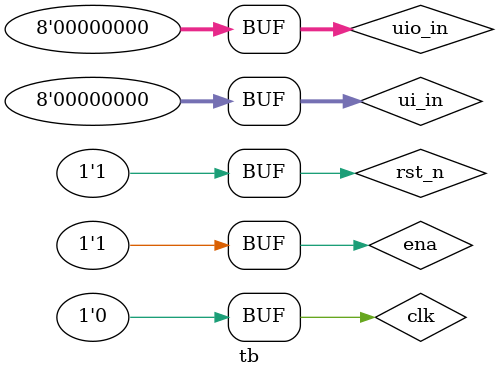
<source format=v>
`timescale 1ns/1ps
`default_nettype none

module tb;

  reg  clk;
  reg  rst_n;
  reg  ena;
  reg  [7:0] ui_in;
  reg  [7:0] uio_in;

  wire [7:0] uo_out;
  wire [7:0] uio_out;
  wire [7:0] uio_oe;

  // Instantiate DUT (TinyTapeout top module)
  tt_um_example dut (
    .ui_in(ui_in),
    .uio_in(uio_in),
    .uio_out(uio_out),
    .uio_oe(uio_oe),
    .uo_out(uo_out),
    .ena(ena),
    .clk(clk),
    .rst_n(rst_n)
  );

  // IMPORTANT: Do NOT generate a clock here.
  // Cocotb drives clk during simulation.

  initial begin
    clk    = 1'b0;
    ena    = 1'b1;
    ui_in  = 8'd0;
    uio_in = 8'd0;

    rst_n  = 1'b0;
    #100;
    rst_n  = 1'b1;
  end

endmodule
</source>
